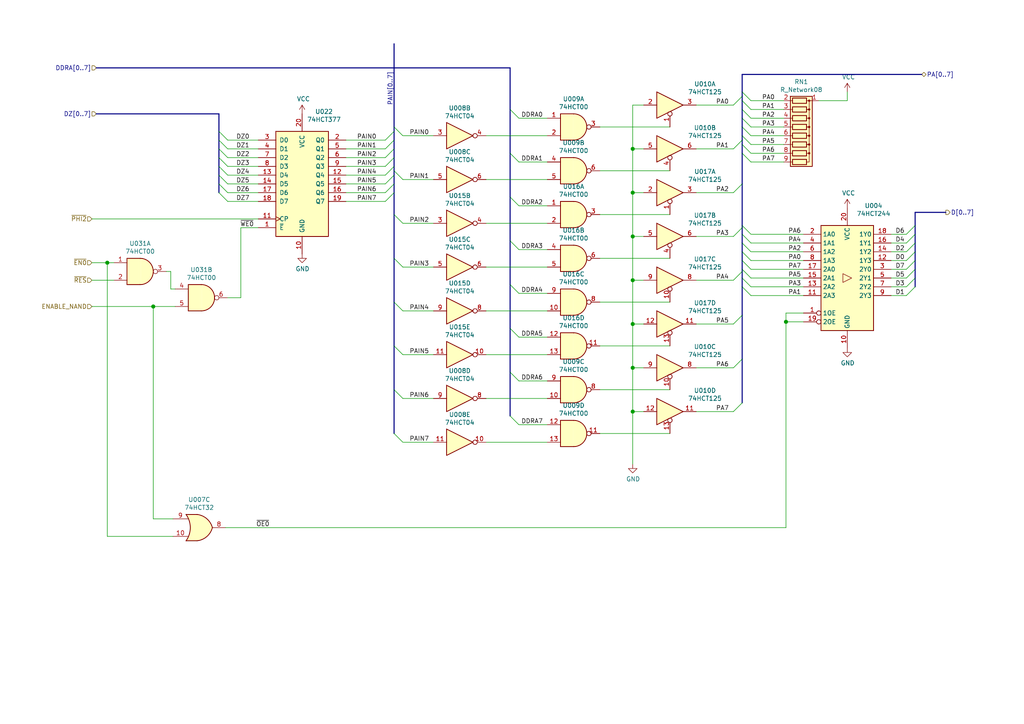
<source format=kicad_sch>
(kicad_sch (version 20201015) (generator eeschema)
  (paper "A4")
  (title_block (title "74HCT6526 Board 0") (date "2021-01-03") (rev "0.3") (company "Daniel Molina"))
  (lib_symbols
    (symbol "74xx:74HCT00" (pin_names (offset 1.016))
      (property "Reference" "U" (at 0 1.27 0))
      (property "Value" "74HCT00" (at 0 -1.27 0))
      (symbol "74HCT00_1_1"
        (pin input line (at -7.62 2.54 0) (length 3.81) (name "~") (number "1"))
        (pin input line (at -7.62 -2.54 0) (length 3.81) (name "~") (number "2"))
        (pin output inverted (at 7.62 0 180) (length 3.81) (name "~") (number "3"))
      )
      (symbol "74HCT00_1_2"
        (pin input inverted (at -7.62 2.54 0) (length 4.318) (name "~") (number "1"))
        (pin input inverted (at -7.62 -2.54 0) (length 4.318) (name "~") (number "2"))
        (pin output line (at 7.62 0 180) (length 3.81) (name "~") (number "3"))
      )
      (symbol "74HCT00_2_1"
        (pin input line (at -7.62 2.54 0) (length 3.81) (name "~") (number "4"))
        (pin input line (at -7.62 -2.54 0) (length 3.81) (name "~") (number "5"))
        (pin output inverted (at 7.62 0 180) (length 3.81) (name "~") (number "6"))
      )
      (symbol "74HCT00_2_2"
        (pin input inverted (at -7.62 2.54 0) (length 4.318) (name "~") (number "4"))
        (pin input inverted (at -7.62 -2.54 0) (length 4.318) (name "~") (number "5"))
        (pin output line (at 7.62 0 180) (length 3.81) (name "~") (number "6"))
      )
      (symbol "74HCT00_3_1"
        (pin input line (at -7.62 -2.54 0) (length 3.81) (name "~") (number "10"))
        (pin output inverted (at 7.62 0 180) (length 3.81) (name "~") (number "8"))
        (pin input line (at -7.62 2.54 0) (length 3.81) (name "~") (number "9"))
      )
      (symbol "74HCT00_3_2"
        (pin input inverted (at -7.62 -2.54 0) (length 4.318) (name "~") (number "10"))
        (pin output line (at 7.62 0 180) (length 3.81) (name "~") (number "8"))
        (pin input inverted (at -7.62 2.54 0) (length 4.318) (name "~") (number "9"))
      )
      (symbol "74HCT00_4_1"
        (pin output inverted (at 7.62 0 180) (length 3.81) (name "~") (number "11"))
        (pin input line (at -7.62 2.54 0) (length 3.81) (name "~") (number "12"))
        (pin input line (at -7.62 -2.54 0) (length 3.81) (name "~") (number "13"))
      )
      (symbol "74HCT00_4_2"
        (pin output line (at 7.62 0 180) (length 3.81) (name "~") (number "11"))
        (pin input inverted (at -7.62 2.54 0) (length 4.318) (name "~") (number "12"))
        (pin input inverted (at -7.62 -2.54 0) (length 4.318) (name "~") (number "13"))
      )
      (symbol "74HCT00_5_0"
        (pin power_in line (at 0 12.7 270) (length 5.08) (name "VCC") (number "14"))
        (pin power_in line (at 0 -12.7 90) (length 5.08) (name "GND") (number "7"))
      )
    )
    (symbol "74xx:74HCT00_1" (pin_names (offset 1.016))
      (property "Reference" "U" (at 0 1.27 0))
      (property "Value" "74HCT00" (at 0 -1.27 0))
      (symbol "74HCT00_1_1_1"
        (pin input line (at -7.62 2.54 0) (length 3.81) (name "~") (number "1"))
        (pin input line (at -7.62 -2.54 0) (length 3.81) (name "~") (number "2"))
        (pin output inverted (at 7.62 0 180) (length 3.81) (name "~") (number "3"))
      )
      (symbol "74HCT00_1_1_2"
        (pin input inverted (at -7.62 2.54 0) (length 4.318) (name "~") (number "1"))
        (pin input inverted (at -7.62 -2.54 0) (length 4.318) (name "~") (number "2"))
        (pin output line (at 7.62 0 180) (length 3.81) (name "~") (number "3"))
      )
      (symbol "74HCT00_1_2_1"
        (pin input line (at -7.62 2.54 0) (length 3.81) (name "~") (number "4"))
        (pin input line (at -7.62 -2.54 0) (length 3.81) (name "~") (number "5"))
        (pin output inverted (at 7.62 0 180) (length 3.81) (name "~") (number "6"))
      )
      (symbol "74HCT00_1_2_2"
        (pin input inverted (at -7.62 2.54 0) (length 4.318) (name "~") (number "4"))
        (pin input inverted (at -7.62 -2.54 0) (length 4.318) (name "~") (number "5"))
        (pin output line (at 7.62 0 180) (length 3.81) (name "~") (number "6"))
      )
      (symbol "74HCT00_1_3_1"
        (pin input line (at -7.62 -2.54 0) (length 3.81) (name "~") (number "10"))
        (pin output inverted (at 7.62 0 180) (length 3.81) (name "~") (number "8"))
        (pin input line (at -7.62 2.54 0) (length 3.81) (name "~") (number "9"))
      )
      (symbol "74HCT00_1_3_2"
        (pin input inverted (at -7.62 -2.54 0) (length 4.318) (name "~") (number "10"))
        (pin output line (at 7.62 0 180) (length 3.81) (name "~") (number "8"))
        (pin input inverted (at -7.62 2.54 0) (length 4.318) (name "~") (number "9"))
      )
      (symbol "74HCT00_1_4_1"
        (pin output inverted (at 7.62 0 180) (length 3.81) (name "~") (number "11"))
        (pin input line (at -7.62 2.54 0) (length 3.81) (name "~") (number "12"))
        (pin input line (at -7.62 -2.54 0) (length 3.81) (name "~") (number "13"))
      )
      (symbol "74HCT00_1_4_2"
        (pin output line (at 7.62 0 180) (length 3.81) (name "~") (number "11"))
        (pin input inverted (at -7.62 2.54 0) (length 4.318) (name "~") (number "12"))
        (pin input inverted (at -7.62 -2.54 0) (length 4.318) (name "~") (number "13"))
      )
      (symbol "74HCT00_1_5_0"
        (pin power_in line (at 0 12.7 270) (length 5.08) (name "VCC") (number "14"))
        (pin power_in line (at 0 -12.7 90) (length 5.08) (name "GND") (number "7"))
      )
    )
    (symbol "74xx:74HCT00_2" (pin_names (offset 1.016))
      (property "Reference" "U" (at 0 1.27 0))
      (property "Value" "74HCT00" (at 0 -1.27 0))
      (symbol "74HCT00_2_1_1"
        (pin input line (at -7.62 2.54 0) (length 3.81) (name "~") (number "1"))
        (pin input line (at -7.62 -2.54 0) (length 3.81) (name "~") (number "2"))
        (pin output inverted (at 7.62 0 180) (length 3.81) (name "~") (number "3"))
      )
      (symbol "74HCT00_2_1_2"
        (pin input inverted (at -7.62 2.54 0) (length 4.318) (name "~") (number "1"))
        (pin input inverted (at -7.62 -2.54 0) (length 4.318) (name "~") (number "2"))
        (pin output line (at 7.62 0 180) (length 3.81) (name "~") (number "3"))
      )
      (symbol "74HCT00_2_2_1"
        (pin input line (at -7.62 2.54 0) (length 3.81) (name "~") (number "4"))
        (pin input line (at -7.62 -2.54 0) (length 3.81) (name "~") (number "5"))
        (pin output inverted (at 7.62 0 180) (length 3.81) (name "~") (number "6"))
      )
      (symbol "74HCT00_2_2_2"
        (pin input inverted (at -7.62 2.54 0) (length 4.318) (name "~") (number "4"))
        (pin input inverted (at -7.62 -2.54 0) (length 4.318) (name "~") (number "5"))
        (pin output line (at 7.62 0 180) (length 3.81) (name "~") (number "6"))
      )
      (symbol "74HCT00_2_3_1"
        (pin input line (at -7.62 -2.54 0) (length 3.81) (name "~") (number "10"))
        (pin output inverted (at 7.62 0 180) (length 3.81) (name "~") (number "8"))
        (pin input line (at -7.62 2.54 0) (length 3.81) (name "~") (number "9"))
      )
      (symbol "74HCT00_2_3_2"
        (pin input inverted (at -7.62 -2.54 0) (length 4.318) (name "~") (number "10"))
        (pin output line (at 7.62 0 180) (length 3.81) (name "~") (number "8"))
        (pin input inverted (at -7.62 2.54 0) (length 4.318) (name "~") (number "9"))
      )
      (symbol "74HCT00_2_4_1"
        (pin output inverted (at 7.62 0 180) (length 3.81) (name "~") (number "11"))
        (pin input line (at -7.62 2.54 0) (length 3.81) (name "~") (number "12"))
        (pin input line (at -7.62 -2.54 0) (length 3.81) (name "~") (number "13"))
      )
      (symbol "74HCT00_2_4_2"
        (pin output line (at 7.62 0 180) (length 3.81) (name "~") (number "11"))
        (pin input inverted (at -7.62 2.54 0) (length 4.318) (name "~") (number "12"))
        (pin input inverted (at -7.62 -2.54 0) (length 4.318) (name "~") (number "13"))
      )
      (symbol "74HCT00_2_5_0"
        (pin power_in line (at 0 12.7 270) (length 5.08) (name "VCC") (number "14"))
        (pin power_in line (at 0 -12.7 90) (length 5.08) (name "GND") (number "7"))
      )
    )
    (symbol "74xx:74HCT04"
      (property "Reference" "U" (at 0 1.27 0))
      (property "Value" "74HCT04" (at 0 -1.27 0))
      (symbol "74HCT04_1_0"
        (pin input line (at -7.62 0 0) (length 3.81) (name "~") (number "1"))
        (pin output inverted (at 7.62 0 180) (length 3.81) (name "~") (number "2"))
      )
      (symbol "74HCT04_2_0"
        (pin input line (at -7.62 0 0) (length 3.81) (name "~") (number "3"))
        (pin output inverted (at 7.62 0 180) (length 3.81) (name "~") (number "4"))
      )
      (symbol "74HCT04_3_0"
        (pin input line (at -7.62 0 0) (length 3.81) (name "~") (number "5"))
        (pin output inverted (at 7.62 0 180) (length 3.81) (name "~") (number "6"))
      )
      (symbol "74HCT04_4_0"
        (pin output inverted (at 7.62 0 180) (length 3.81) (name "~") (number "8"))
        (pin input line (at -7.62 0 0) (length 3.81) (name "~") (number "9"))
      )
      (symbol "74HCT04_5_0"
        (pin output inverted (at 7.62 0 180) (length 3.81) (name "~") (number "10"))
        (pin input line (at -7.62 0 0) (length 3.81) (name "~") (number "11"))
      )
      (symbol "74HCT04_6_0"
        (pin output inverted (at 7.62 0 180) (length 3.81) (name "~") (number "12"))
        (pin input line (at -7.62 0 0) (length 3.81) (name "~") (number "13"))
      )
      (symbol "74HCT04_7_0"
        (pin power_in line (at 0 12.7 270) (length 5.08) (name "VCC") (number "14"))
        (pin power_in line (at 0 -12.7 90) (length 5.08) (name "GND") (number "7"))
      )
    )
    (symbol "74xx:74HCT244"
      (property "Reference" "U" (at -7.62 16.51 0))
      (property "Value" "74HCT244" (at -7.62 -16.51 0))
      (symbol "74HCT244_1_0"
        (pin input inverted (at -12.7 -10.16 0) (length 5.08) (name "1OE") (number "1"))
        (pin power_in line (at 0 -20.32 90) (length 5.08) (name "GND") (number "10"))
        (pin input line (at -12.7 -5.08 0) (length 5.08) (name "2A3") (number "11"))
        (pin tri_state line (at 12.7 5.08 180) (length 5.08) (name "1Y3") (number "12"))
        (pin input line (at -12.7 -2.54 0) (length 5.08) (name "2A2") (number "13"))
        (pin tri_state line (at 12.7 7.62 180) (length 5.08) (name "1Y2") (number "14"))
        (pin input line (at -12.7 0 0) (length 5.08) (name "2A1") (number "15"))
        (pin tri_state line (at 12.7 10.16 180) (length 5.08) (name "1Y1") (number "16"))
        (pin input line (at -12.7 2.54 0) (length 5.08) (name "2A0") (number "17"))
        (pin tri_state line (at 12.7 12.7 180) (length 5.08) (name "1Y0") (number "18"))
        (pin input inverted (at -12.7 -12.7 0) (length 5.08) (name "2OE") (number "19"))
        (pin input line (at -12.7 12.7 0) (length 5.08) (name "1A0") (number "2"))
        (pin power_in line (at 0 20.32 270) (length 5.08) (name "VCC") (number "20"))
        (pin tri_state line (at 12.7 2.54 180) (length 5.08) (name "2Y0") (number "3"))
        (pin input line (at -12.7 10.16 0) (length 5.08) (name "1A1") (number "4"))
        (pin tri_state line (at 12.7 0 180) (length 5.08) (name "2Y1") (number "5"))
        (pin input line (at -12.7 7.62 0) (length 5.08) (name "1A2") (number "6"))
        (pin tri_state line (at 12.7 -2.54 180) (length 5.08) (name "2Y2") (number "7"))
        (pin input line (at -12.7 5.08 0) (length 5.08) (name "1A3") (number "8"))
        (pin tri_state line (at 12.7 -5.08 180) (length 5.08) (name "2Y3") (number "9"))
      )
    )
    (symbol "74xx:74LS125" (pin_names (offset 1.016))
      (property "Reference" "U" (at 0 1.27 0))
      (property "Value" "74LS125" (at 0 -1.27 0))
      (symbol "74LS125_1_0"
        (pin input inverted (at 0 -6.35 90) (length 4.445) (name "~") (number "1"))
        (pin input line (at -7.62 0 0) (length 3.81) (name "~") (number "2"))
        (pin tri_state line (at 7.62 0 180) (length 3.81) (name "~") (number "3"))
      )
      (symbol "74LS125_2_0"
        (pin input inverted (at 0 -6.35 90) (length 4.445) (name "~") (number "4"))
        (pin input line (at -7.62 0 0) (length 3.81) (name "~") (number "5"))
        (pin tri_state line (at 7.62 0 180) (length 3.81) (name "~") (number "6"))
      )
      (symbol "74LS125_3_0"
        (pin input inverted (at 0 -6.35 90) (length 4.445) (name "~") (number "10"))
        (pin tri_state line (at 7.62 0 180) (length 3.81) (name "~") (number "8"))
        (pin input line (at -7.62 0 0) (length 3.81) (name "~") (number "9"))
      )
      (symbol "74LS125_4_0"
        (pin tri_state line (at 7.62 0 180) (length 3.81) (name "~") (number "11"))
        (pin input line (at -7.62 0 0) (length 3.81) (name "~") (number "12"))
        (pin input inverted (at 0 -6.35 90) (length 4.445) (name "~") (number "13"))
      )
      (symbol "74LS125_5_0"
        (pin power_in line (at 0 12.7 270) (length 5.08) (name "VCC") (number "14"))
        (pin power_in line (at 0 -12.7 90) (length 5.08) (name "GND") (number "7"))
      )
    )
    (symbol "74xx:74LS32" (pin_names (offset 1.016))
      (property "Reference" "U" (at 0 1.27 0))
      (property "Value" "74LS32" (at 0 -1.27 0))
      (symbol "74LS32_1_1"
        (pin input line (at -7.62 2.54 0) (length 4.318) (name "~") (number "1"))
        (pin input line (at -7.62 -2.54 0) (length 4.318) (name "~") (number "2"))
        (pin output line (at 7.62 0 180) (length 3.81) (name "~") (number "3"))
      )
      (symbol "74LS32_1_2"
        (pin input inverted (at -7.62 2.54 0) (length 3.81) (name "~") (number "1"))
        (pin input inverted (at -7.62 -2.54 0) (length 3.81) (name "~") (number "2"))
        (pin output inverted (at 7.62 0 180) (length 3.81) (name "~") (number "3"))
      )
      (symbol "74LS32_2_1"
        (pin input line (at -7.62 2.54 0) (length 4.318) (name "~") (number "4"))
        (pin input line (at -7.62 -2.54 0) (length 4.318) (name "~") (number "5"))
        (pin output line (at 7.62 0 180) (length 3.81) (name "~") (number "6"))
      )
      (symbol "74LS32_2_2"
        (pin input inverted (at -7.62 2.54 0) (length 3.81) (name "~") (number "4"))
        (pin input inverted (at -7.62 -2.54 0) (length 3.81) (name "~") (number "5"))
        (pin output inverted (at 7.62 0 180) (length 3.81) (name "~") (number "6"))
      )
      (symbol "74LS32_3_1"
        (pin input line (at -7.62 -2.54 0) (length 4.318) (name "~") (number "10"))
        (pin output line (at 7.62 0 180) (length 3.81) (name "~") (number "8"))
        (pin input line (at -7.62 2.54 0) (length 4.318) (name "~") (number "9"))
      )
      (symbol "74LS32_3_2"
        (pin input inverted (at -7.62 -2.54 0) (length 3.81) (name "~") (number "10"))
        (pin output inverted (at 7.62 0 180) (length 3.81) (name "~") (number "8"))
        (pin input inverted (at -7.62 2.54 0) (length 3.81) (name "~") (number "9"))
      )
      (symbol "74LS32_4_1"
        (pin output line (at 7.62 0 180) (length 3.81) (name "~") (number "11"))
        (pin input line (at -7.62 2.54 0) (length 4.318) (name "~") (number "12"))
        (pin input line (at -7.62 -2.54 0) (length 4.318) (name "~") (number "13"))
      )
      (symbol "74LS32_4_2"
        (pin output inverted (at 7.62 0 180) (length 3.81) (name "~") (number "11"))
        (pin input inverted (at -7.62 2.54 0) (length 3.81) (name "~") (number "12"))
        (pin input inverted (at -7.62 -2.54 0) (length 3.81) (name "~") (number "13"))
      )
      (symbol "74LS32_5_0"
        (pin power_in line (at 0 12.7 270) (length 5.08) (name "VCC") (number "14"))
        (pin power_in line (at 0 -12.7 90) (length 5.08) (name "GND") (number "7"))
      )
    )
    (symbol "74xx:74LS377" (pin_names (offset 1.016))
      (property "Reference" "U" (at -7.62 16.51 0))
      (property "Value" "74LS377" (at -7.62 -16.51 0))
      (symbol "74LS377_1_0"
        (pin input line (at -12.7 -12.7 0) (length 5.08) (name "~E") (number "1"))
        (pin power_in line (at 0 -20.32 90) (length 5.08) (name "GND") (number "10"))
        (pin input clock (at -12.7 -10.16 0) (length 5.08) (name "CP") (number "11"))
        (pin output line (at 12.7 2.54 180) (length 5.08) (name "Q4") (number "12"))
        (pin input line (at -12.7 2.54 0) (length 5.08) (name "D4") (number "13"))
        (pin input line (at -12.7 0 0) (length 5.08) (name "D5") (number "14"))
        (pin output line (at 12.7 0 180) (length 5.08) (name "Q5") (number "15"))
        (pin output line (at 12.7 -2.54 180) (length 5.08) (name "Q6") (number "16"))
        (pin input line (at -12.7 -2.54 0) (length 5.08) (name "D6") (number "17"))
        (pin input line (at -12.7 -5.08 0) (length 5.08) (name "D7") (number "18"))
        (pin output line (at 12.7 -5.08 180) (length 5.08) (name "Q7") (number "19"))
        (pin output line (at 12.7 12.7 180) (length 5.08) (name "Q0") (number "2"))
        (pin power_in line (at 0 20.32 270) (length 5.08) (name "VCC") (number "20"))
        (pin input line (at -12.7 12.7 0) (length 5.08) (name "D0") (number "3"))
        (pin input line (at -12.7 10.16 0) (length 5.08) (name "D1") (number "4"))
        (pin output line (at 12.7 10.16 180) (length 5.08) (name "Q1") (number "5"))
        (pin output line (at 12.7 7.62 180) (length 5.08) (name "Q2") (number "6"))
        (pin input line (at -12.7 7.62 0) (length 5.08) (name "D2") (number "7"))
        (pin input line (at -12.7 5.08 0) (length 5.08) (name "D3") (number "8"))
        (pin output line (at 12.7 5.08 180) (length 5.08) (name "Q3") (number "9"))
      )
    )
    (symbol "Device:R_Network08" (pin_names (offset 0) hide)
      (property "Reference" "RN" (at -12.7 0 90))
      (property "Value" "R_Network08" (at 10.16 0 90))
      (symbol "R_Network08_1_1"
        (pin passive line (at -10.16 5.08 270) (length 2.54) (name "common") (number "1"))
        (pin passive line (at -10.16 -5.08 90) (length 1.27) (name "R1") (number "2"))
        (pin passive line (at -7.62 -5.08 90) (length 1.27) (name "R2") (number "3"))
        (pin passive line (at -5.08 -5.08 90) (length 1.27) (name "R3") (number "4"))
        (pin passive line (at -2.54 -5.08 90) (length 1.27) (name "R4") (number "5"))
        (pin passive line (at 0 -5.08 90) (length 1.27) (name "R5") (number "6"))
        (pin passive line (at 2.54 -5.08 90) (length 1.27) (name "R6") (number "7"))
        (pin passive line (at 5.08 -5.08 90) (length 1.27) (name "R7") (number "8"))
        (pin passive line (at 7.62 -5.08 90) (length 1.27) (name "R8") (number "9"))
      )
    )
    (symbol "power:GND" (power) (pin_names (offset 0))
      (property "Value" "GND" (at 0 -3.81 0))
      (symbol "GND_1_1"
        (pin power_in line (at 0 0 270) (length 0) hide (name "GND") (number "1"))
      )
    )
    (symbol "power:VCC" (power) (pin_names (offset 0))
      (property "Value" "VCC" (at 0 3.81 0))
      (symbol "VCC_1_1"
        (pin power_in line (at 0 0 90) (length 0) hide (name "VCC") (number "1"))
      )
    )
  )
  (junction (at 31.115 76.2) (diameter 1.016))
  (junction (at 44.45 88.9) (diameter 1.016))
  (junction (at 183.515 43.18) (diameter 1.016))
  (junction (at 183.515 55.88) (diameter 1.016))
  (junction (at 183.515 68.58) (diameter 1.016))
  (junction (at 183.515 81.28) (diameter 1.016))
  (junction (at 183.515 93.98) (diameter 1.016))
  (junction (at 183.515 106.68) (diameter 1.016))
  (junction (at 183.515 119.38) (diameter 1.016))
  (junction (at 227.965 93.345) (diameter 1.016))
  (bus_entry (at 63.5 38.1) (size 2.54 2.54) (stroke (width 0.1524)))
  (bus_entry (at 63.5 40.64) (size 2.54 2.54) (stroke (width 0.1524)))
  (bus_entry (at 63.5 43.18) (size 2.54 2.54) (stroke (width 0.1524)))
  (bus_entry (at 63.5 45.72) (size 2.54 2.54) (stroke (width 0.1524)))
  (bus_entry (at 63.5 48.26) (size 2.54 2.54) (stroke (width 0.1524)))
  (bus_entry (at 63.5 50.8) (size 2.54 2.54) (stroke (width 0.1524)))
  (bus_entry (at 63.5 53.34) (size 2.54 2.54) (stroke (width 0.1524)))
  (bus_entry (at 63.5 55.88) (size 2.54 2.54) (stroke (width 0.1524)))
  (bus_entry (at 114.3 36.83) (size 2.54 2.54) (stroke (width 0.1524)))
  (bus_entry (at 114.3 38.1) (size -2.54 2.54) (stroke (width 0.1524)))
  (bus_entry (at 114.3 40.64) (size -2.54 2.54) (stroke (width 0.1524)))
  (bus_entry (at 114.3 43.18) (size -2.54 2.54) (stroke (width 0.1524)))
  (bus_entry (at 114.3 45.72) (size -2.54 2.54) (stroke (width 0.1524)))
  (bus_entry (at 114.3 48.26) (size -2.54 2.54) (stroke (width 0.1524)))
  (bus_entry (at 114.3 49.53) (size 2.54 2.54) (stroke (width 0.1524)))
  (bus_entry (at 114.3 50.8) (size -2.54 2.54) (stroke (width 0.1524)))
  (bus_entry (at 114.3 53.34) (size -2.54 2.54) (stroke (width 0.1524)))
  (bus_entry (at 114.3 55.88) (size -2.54 2.54) (stroke (width 0.1524)))
  (bus_entry (at 114.3 62.23) (size 2.54 2.54) (stroke (width 0.1524)))
  (bus_entry (at 114.3 74.93) (size 2.54 2.54) (stroke (width 0.1524)))
  (bus_entry (at 114.3 87.63) (size 2.54 2.54) (stroke (width 0.1524)))
  (bus_entry (at 114.3 100.33) (size 2.54 2.54) (stroke (width 0.1524)))
  (bus_entry (at 114.3 113.03) (size 2.54 2.54) (stroke (width 0.1524)))
  (bus_entry (at 114.3 125.73) (size 2.54 2.54) (stroke (width 0.1524)))
  (bus_entry (at 147.955 31.75) (size 2.54 2.54) (stroke (width 0.1524)))
  (bus_entry (at 147.955 44.45) (size 2.54 2.54) (stroke (width 0.1524)))
  (bus_entry (at 147.955 57.15) (size 2.54 2.54) (stroke (width 0.1524)))
  (bus_entry (at 147.955 69.85) (size 2.54 2.54) (stroke (width 0.1524)))
  (bus_entry (at 147.955 82.55) (size 2.54 2.54) (stroke (width 0.1524)))
  (bus_entry (at 147.955 95.25) (size 2.54 2.54) (stroke (width 0.1524)))
  (bus_entry (at 147.955 107.95) (size 2.54 2.54) (stroke (width 0.1524)))
  (bus_entry (at 147.955 120.65) (size 2.54 2.54) (stroke (width 0.1524)))
  (bus_entry (at 215.265 26.67) (size 2.54 2.54) (stroke (width 0.1524)))
  (bus_entry (at 215.265 27.94) (size -2.54 2.54) (stroke (width 0.1524)))
  (bus_entry (at 215.265 29.21) (size 2.54 2.54) (stroke (width 0.1524)))
  (bus_entry (at 215.265 31.75) (size 2.54 2.54) (stroke (width 0.1524)))
  (bus_entry (at 215.265 34.29) (size 2.54 2.54) (stroke (width 0.1524)))
  (bus_entry (at 215.265 36.83) (size 2.54 2.54) (stroke (width 0.1524)))
  (bus_entry (at 215.265 39.37) (size 2.54 2.54) (stroke (width 0.1524)))
  (bus_entry (at 215.265 40.64) (size -2.54 2.54) (stroke (width 0.1524)))
  (bus_entry (at 215.265 41.91) (size 2.54 2.54) (stroke (width 0.1524)))
  (bus_entry (at 215.265 44.45) (size 2.54 2.54) (stroke (width 0.1524)))
  (bus_entry (at 215.265 53.34) (size -2.54 2.54) (stroke (width 0.1524)))
  (bus_entry (at 215.265 65.405) (size 2.54 2.54) (stroke (width 0.1524)))
  (bus_entry (at 215.265 66.04) (size -2.54 2.54) (stroke (width 0.1524)))
  (bus_entry (at 215.265 67.945) (size 2.54 2.54) (stroke (width 0.1524)))
  (bus_entry (at 215.265 70.485) (size 2.54 2.54) (stroke (width 0.1524)))
  (bus_entry (at 215.265 73.025) (size 2.54 2.54) (stroke (width 0.1524)))
  (bus_entry (at 215.265 75.565) (size 2.54 2.54) (stroke (width 0.1524)))
  (bus_entry (at 215.265 78.105) (size 2.54 2.54) (stroke (width 0.1524)))
  (bus_entry (at 215.265 78.74) (size -2.54 2.54) (stroke (width 0.1524)))
  (bus_entry (at 215.265 80.645) (size 2.54 2.54) (stroke (width 0.1524)))
  (bus_entry (at 215.265 83.185) (size 2.54 2.54) (stroke (width 0.1524)))
  (bus_entry (at 215.265 91.44) (size -2.54 2.54) (stroke (width 0.1524)))
  (bus_entry (at 215.265 104.14) (size -2.54 2.54) (stroke (width 0.1524)))
  (bus_entry (at 215.265 116.84) (size -2.54 2.54) (stroke (width 0.1524)))
  (bus_entry (at 265.43 65.405) (size -2.54 2.54) (stroke (width 0.1524)))
  (bus_entry (at 265.43 67.945) (size -2.54 2.54) (stroke (width 0.1524)))
  (bus_entry (at 265.43 70.485) (size -2.54 2.54) (stroke (width 0.1524)))
  (bus_entry (at 265.43 73.025) (size -2.54 2.54) (stroke (width 0.1524)))
  (bus_entry (at 265.43 75.565) (size -2.54 2.54) (stroke (width 0.1524)))
  (bus_entry (at 265.43 78.105) (size -2.54 2.54) (stroke (width 0.1524)))
  (bus_entry (at 265.43 80.645) (size -2.54 2.54) (stroke (width 0.1524)))
  (bus_entry (at 265.43 83.185) (size -2.54 2.54) (stroke (width 0.1524)))
  (wire (pts (xy 26.67 63.5) (xy 74.93 63.5)))
  (wire (pts (xy 26.67 76.2) (xy 31.115 76.2)))
  (wire (pts (xy 26.67 81.28) (xy 33.02 81.28)))
  (wire (pts (xy 26.67 88.9) (xy 44.45 88.9)))
  (wire (pts (xy 31.115 76.2) (xy 31.115 155.575)))
  (wire (pts (xy 31.115 76.2) (xy 33.02 76.2)))
  (wire (pts (xy 31.115 155.575) (xy 50.165 155.575)))
  (wire (pts (xy 44.45 88.9) (xy 50.8 88.9)))
  (wire (pts (xy 44.45 150.495) (xy 44.45 88.9)))
  (wire (pts (xy 48.26 78.74) (xy 49.53 78.74)))
  (wire (pts (xy 49.53 78.74) (xy 49.53 83.82)))
  (wire (pts (xy 49.53 83.82) (xy 50.8 83.82)))
  (wire (pts (xy 50.165 150.495) (xy 44.45 150.495)))
  (wire (pts (xy 65.405 153.035) (xy 227.965 153.035)))
  (wire (pts (xy 66.04 40.64) (xy 74.93 40.64)))
  (wire (pts (xy 66.04 43.18) (xy 74.93 43.18)))
  (wire (pts (xy 66.04 45.72) (xy 74.93 45.72)))
  (wire (pts (xy 66.04 48.26) (xy 74.93 48.26)))
  (wire (pts (xy 66.04 50.8) (xy 74.93 50.8)))
  (wire (pts (xy 66.04 53.34) (xy 74.93 53.34)))
  (wire (pts (xy 66.04 55.88) (xy 74.93 55.88)))
  (wire (pts (xy 66.04 58.42) (xy 74.93 58.42)))
  (wire (pts (xy 66.04 86.36) (xy 69.85 86.36)))
  (wire (pts (xy 69.85 66.04) (xy 74.93 66.04)))
  (wire (pts (xy 69.85 86.36) (xy 69.85 66.04)))
  (wire (pts (xy 100.33 40.64) (xy 111.76 40.64)))
  (wire (pts (xy 100.33 43.18) (xy 111.76 43.18)))
  (wire (pts (xy 100.33 45.72) (xy 111.76 45.72)))
  (wire (pts (xy 100.33 48.26) (xy 111.76 48.26)))
  (wire (pts (xy 100.33 50.8) (xy 111.76 50.8)))
  (wire (pts (xy 100.33 53.34) (xy 111.76 53.34)))
  (wire (pts (xy 100.33 55.88) (xy 111.76 55.88)))
  (wire (pts (xy 100.33 58.42) (xy 111.76 58.42)))
  (wire (pts (xy 116.84 39.37) (xy 125.73 39.37)))
  (wire (pts (xy 116.84 52.07) (xy 125.73 52.07)))
  (wire (pts (xy 116.84 64.77) (xy 125.73 64.77)))
  (wire (pts (xy 116.84 77.47) (xy 125.73 77.47)))
  (wire (pts (xy 116.84 90.17) (xy 125.73 90.17)))
  (wire (pts (xy 116.84 102.87) (xy 125.73 102.87)))
  (wire (pts (xy 116.84 115.57) (xy 125.73 115.57)))
  (wire (pts (xy 116.84 128.27) (xy 125.73 128.27)))
  (wire (pts (xy 140.97 39.37) (xy 158.75 39.37)))
  (wire (pts (xy 140.97 52.07) (xy 158.75 52.07)))
  (wire (pts (xy 140.97 64.77) (xy 158.75 64.77)))
  (wire (pts (xy 140.97 77.47) (xy 158.75 77.47)))
  (wire (pts (xy 140.97 90.17) (xy 158.75 90.17)))
  (wire (pts (xy 140.97 102.87) (xy 158.75 102.87)))
  (wire (pts (xy 140.97 115.57) (xy 158.75 115.57)))
  (wire (pts (xy 140.97 128.27) (xy 158.75 128.27)))
  (wire (pts (xy 150.495 34.29) (xy 158.75 34.29)))
  (wire (pts (xy 150.495 46.99) (xy 158.75 46.99)))
  (wire (pts (xy 150.495 59.69) (xy 158.75 59.69)))
  (wire (pts (xy 150.495 72.39) (xy 158.75 72.39)))
  (wire (pts (xy 150.495 85.09) (xy 158.75 85.09)))
  (wire (pts (xy 150.495 97.79) (xy 158.75 97.79)))
  (wire (pts (xy 150.495 110.49) (xy 158.75 110.49)))
  (wire (pts (xy 150.495 123.19) (xy 158.75 123.19)))
  (wire (pts (xy 183.515 30.48) (xy 183.515 43.18)))
  (wire (pts (xy 183.515 43.18) (xy 183.515 55.88)))
  (wire (pts (xy 183.515 43.18) (xy 186.69 43.18)))
  (wire (pts (xy 183.515 55.88) (xy 183.515 68.58)))
  (wire (pts (xy 183.515 55.88) (xy 186.69 55.88)))
  (wire (pts (xy 183.515 68.58) (xy 183.515 81.28)))
  (wire (pts (xy 183.515 68.58) (xy 186.69 68.58)))
  (wire (pts (xy 183.515 81.28) (xy 183.515 93.98)))
  (wire (pts (xy 183.515 81.28) (xy 186.69 81.28)))
  (wire (pts (xy 183.515 93.98) (xy 183.515 106.68)))
  (wire (pts (xy 183.515 93.98) (xy 186.69 93.98)))
  (wire (pts (xy 183.515 106.68) (xy 183.515 119.38)))
  (wire (pts (xy 183.515 106.68) (xy 186.69 106.68)))
  (wire (pts (xy 183.515 119.38) (xy 183.515 134.62)))
  (wire (pts (xy 183.515 119.38) (xy 186.69 119.38)))
  (wire (pts (xy 186.69 30.48) (xy 183.515 30.48)))
  (wire (pts (xy 194.31 36.83) (xy 173.99 36.83)))
  (wire (pts (xy 194.31 49.53) (xy 173.99 49.53)))
  (wire (pts (xy 194.31 62.23) (xy 173.99 62.23)))
  (wire (pts (xy 194.31 74.93) (xy 173.99 74.93)))
  (wire (pts (xy 194.31 87.63) (xy 173.99 87.63)))
  (wire (pts (xy 194.31 100.33) (xy 173.99 100.33)))
  (wire (pts (xy 194.31 113.03) (xy 173.99 113.03)))
  (wire (pts (xy 194.31 125.73) (xy 173.99 125.73)))
  (wire (pts (xy 201.93 30.48) (xy 212.725 30.48)))
  (wire (pts (xy 201.93 43.18) (xy 212.725 43.18)))
  (wire (pts (xy 201.93 55.88) (xy 212.725 55.88)))
  (wire (pts (xy 201.93 68.58) (xy 212.725 68.58)))
  (wire (pts (xy 201.93 81.28) (xy 212.725 81.28)))
  (wire (pts (xy 201.93 93.98) (xy 212.725 93.98)))
  (wire (pts (xy 201.93 106.68) (xy 212.725 106.68)))
  (wire (pts (xy 201.93 119.38) (xy 212.725 119.38)))
  (wire (pts (xy 217.805 29.21) (xy 227.33 29.21)))
  (wire (pts (xy 217.805 31.75) (xy 227.33 31.75)))
  (wire (pts (xy 217.805 34.29) (xy 227.33 34.29)))
  (wire (pts (xy 217.805 36.83) (xy 227.33 36.83)))
  (wire (pts (xy 217.805 39.37) (xy 227.33 39.37)))
  (wire (pts (xy 217.805 41.91) (xy 227.33 41.91)))
  (wire (pts (xy 217.805 44.45) (xy 227.33 44.45)))
  (wire (pts (xy 217.805 46.99) (xy 227.33 46.99)))
  (wire (pts (xy 217.805 67.945) (xy 233.045 67.945)))
  (wire (pts (xy 217.805 70.485) (xy 233.045 70.485)))
  (wire (pts (xy 217.805 73.025) (xy 233.045 73.025)))
  (wire (pts (xy 217.805 75.565) (xy 233.045 75.565)))
  (wire (pts (xy 217.805 78.105) (xy 233.045 78.105)))
  (wire (pts (xy 217.805 80.645) (xy 233.045 80.645)))
  (wire (pts (xy 217.805 83.185) (xy 233.045 83.185)))
  (wire (pts (xy 217.805 85.725) (xy 233.045 85.725)))
  (wire (pts (xy 227.965 90.805) (xy 233.045 90.805)))
  (wire (pts (xy 227.965 93.345) (xy 227.965 90.805)))
  (wire (pts (xy 227.965 93.345) (xy 233.045 93.345)))
  (wire (pts (xy 227.965 153.035) (xy 227.965 93.345)))
  (wire (pts (xy 237.49 29.21) (xy 245.745 29.21)))
  (wire (pts (xy 245.745 26.67) (xy 245.745 29.21)))
  (wire (pts (xy 258.445 67.945) (xy 262.89 67.945)))
  (wire (pts (xy 258.445 70.485) (xy 262.89 70.485)))
  (wire (pts (xy 258.445 73.025) (xy 262.89 73.025)))
  (wire (pts (xy 258.445 75.565) (xy 262.89 75.565)))
  (wire (pts (xy 258.445 78.105) (xy 262.89 78.105)))
  (wire (pts (xy 258.445 80.645) (xy 262.89 80.645)))
  (wire (pts (xy 258.445 83.185) (xy 262.89 83.185)))
  (wire (pts (xy 258.445 85.725) (xy 262.89 85.725)))
  (bus (pts (xy 27.94 19.685) (xy 147.955 19.685)))
  (bus (pts (xy 27.94 33.02) (xy 63.5 33.02)))
  (bus (pts (xy 63.5 33.02) (xy 63.5 38.1)))
  (bus (pts (xy 63.5 38.1) (xy 63.5 40.64)))
  (bus (pts (xy 63.5 40.64) (xy 63.5 43.18)))
  (bus (pts (xy 63.5 43.18) (xy 63.5 45.72)))
  (bus (pts (xy 63.5 45.72) (xy 63.5 48.26)))
  (bus (pts (xy 63.5 48.26) (xy 63.5 50.8)))
  (bus (pts (xy 63.5 50.8) (xy 63.5 53.34)))
  (bus (pts (xy 63.5 53.34) (xy 63.5 55.88)))
  (bus (pts (xy 114.3 12.7) (xy 114.3 36.83)))
  (bus (pts (xy 114.3 36.83) (xy 114.3 38.1)))
  (bus (pts (xy 114.3 38.1) (xy 114.3 40.64)))
  (bus (pts (xy 114.3 40.64) (xy 114.3 43.18)))
  (bus (pts (xy 114.3 43.18) (xy 114.3 45.72)))
  (bus (pts (xy 114.3 45.72) (xy 114.3 48.26)))
  (bus (pts (xy 114.3 48.26) (xy 114.3 49.53)))
  (bus (pts (xy 114.3 49.53) (xy 114.3 50.8)))
  (bus (pts (xy 114.3 50.8) (xy 114.3 53.34)))
  (bus (pts (xy 114.3 53.34) (xy 114.3 55.88)))
  (bus (pts (xy 114.3 55.88) (xy 114.3 62.23)))
  (bus (pts (xy 114.3 62.23) (xy 114.3 74.93)))
  (bus (pts (xy 114.3 74.93) (xy 114.3 87.63)))
  (bus (pts (xy 114.3 87.63) (xy 114.3 100.33)))
  (bus (pts (xy 114.3 100.33) (xy 114.3 113.03)))
  (bus (pts (xy 114.3 113.03) (xy 114.3 125.73)))
  (bus (pts (xy 147.955 19.685) (xy 147.955 31.75)))
  (bus (pts (xy 147.955 31.75) (xy 147.955 44.45)))
  (bus (pts (xy 147.955 44.45) (xy 147.955 57.15)))
  (bus (pts (xy 147.955 57.15) (xy 147.955 69.85)))
  (bus (pts (xy 147.955 69.85) (xy 147.955 82.55)))
  (bus (pts (xy 147.955 82.55) (xy 147.955 95.25)))
  (bus (pts (xy 147.955 95.25) (xy 147.955 107.95)))
  (bus (pts (xy 147.955 107.95) (xy 147.955 120.65)))
  (bus (pts (xy 215.265 21.59) (xy 267.335 21.59)))
  (bus (pts (xy 215.265 26.67) (xy 215.265 21.59)))
  (bus (pts (xy 215.265 27.94) (xy 215.265 26.67)))
  (bus (pts (xy 215.265 29.21) (xy 215.265 27.94)))
  (bus (pts (xy 215.265 31.75) (xy 215.265 29.21)))
  (bus (pts (xy 215.265 34.29) (xy 215.265 31.75)))
  (bus (pts (xy 215.265 36.83) (xy 215.265 34.29)))
  (bus (pts (xy 215.265 39.37) (xy 215.265 36.83)))
  (bus (pts (xy 215.265 40.64) (xy 215.265 39.37)))
  (bus (pts (xy 215.265 41.91) (xy 215.265 40.64)))
  (bus (pts (xy 215.265 44.45) (xy 215.265 41.91)))
  (bus (pts (xy 215.265 44.45) (xy 215.265 53.34)))
  (bus (pts (xy 215.265 65.405) (xy 215.265 53.34)))
  (bus (pts (xy 215.265 66.04) (xy 215.265 65.405)))
  (bus (pts (xy 215.265 67.945) (xy 215.265 66.04)))
  (bus (pts (xy 215.265 70.485) (xy 215.265 67.945)))
  (bus (pts (xy 215.265 73.025) (xy 215.265 70.485)))
  (bus (pts (xy 215.265 75.565) (xy 215.265 73.025)))
  (bus (pts (xy 215.265 78.105) (xy 215.265 75.565)))
  (bus (pts (xy 215.265 78.74) (xy 215.265 78.105)))
  (bus (pts (xy 215.265 80.645) (xy 215.265 78.74)))
  (bus (pts (xy 215.265 83.185) (xy 215.265 80.645)))
  (bus (pts (xy 215.265 83.185) (xy 215.265 91.44)))
  (bus (pts (xy 215.265 104.14) (xy 215.265 91.44)))
  (bus (pts (xy 215.265 116.84) (xy 215.265 104.14)))
  (bus (pts (xy 265.43 61.595) (xy 274.32 61.595)))
  (bus (pts (xy 265.43 65.405) (xy 265.43 61.595)))
  (bus (pts (xy 265.43 67.945) (xy 265.43 65.405)))
  (bus (pts (xy 265.43 70.485) (xy 265.43 67.945)))
  (bus (pts (xy 265.43 73.025) (xy 265.43 70.485)))
  (bus (pts (xy 265.43 75.565) (xy 265.43 73.025)))
  (bus (pts (xy 265.43 78.105) (xy 265.43 75.565)))
  (bus (pts (xy 265.43 80.645) (xy 265.43 78.105)))
  (bus (pts (xy 265.43 83.185) (xy 265.43 80.645)))
  (label "DZ0" (at 72.39 40.64 180))
  (label "DZ1" (at 72.39 43.18 180))
  (label "DZ2" (at 72.39 45.72 180))
  (label "DZ3" (at 72.39 48.26 180))
  (label "DZ4" (at 72.39 50.8 180))
  (label "DZ5" (at 72.39 53.34 180))
  (label "DZ6" (at 72.39 55.88 180))
  (label "DZ7" (at 72.39 58.42 180))
  (label "~WE0" (at 73.66 66.04 180))
  (label "~OE0" (at 74.295 153.035 0))
  (label "PAIN0" (at 109.22 40.64 180))
  (label "PAIN1" (at 109.22 43.18 180))
  (label "PAIN2" (at 109.22 45.72 180))
  (label "PAIN3" (at 109.22 48.26 180))
  (label "PAIN4" (at 109.22 50.8 180))
  (label "PAIN5" (at 109.22 53.34 180))
  (label "PAIN6" (at 109.22 55.88 180))
  (label "PAIN7" (at 109.22 58.42 180))
  (label "PAIN[0..7]" (at 114.3 30.48 90))
  (label "PAIN0" (at 124.46 39.37 180))
  (label "PAIN1" (at 124.46 52.07 180))
  (label "PAIN2" (at 124.46 64.77 180))
  (label "PAIN3" (at 124.46 77.47 180))
  (label "PAIN4" (at 124.46 90.17 180))
  (label "PAIN5" (at 124.46 102.87 180))
  (label "PAIN6" (at 124.46 115.57 180))
  (label "PAIN7" (at 124.46 128.27 180))
  (label "DDRA0" (at 157.48 34.29 180))
  (label "DDRA1" (at 157.48 46.99 180))
  (label "DDRA2" (at 157.48 59.69 180))
  (label "DDRA3" (at 157.48 72.39 180))
  (label "DDRA4" (at 157.48 85.09 180))
  (label "DDRA5" (at 157.48 97.79 180))
  (label "DDRA6" (at 157.48 110.49 180))
  (label "DDRA7" (at 157.48 123.19 180))
  (label "PA0" (at 207.645 30.48 0))
  (label "PA1" (at 207.645 43.18 0))
  (label "PA2" (at 207.645 55.88 0))
  (label "PA3" (at 207.645 68.58 0))
  (label "PA4" (at 207.645 81.28 0))
  (label "PA5" (at 207.645 93.98 0))
  (label "PA6" (at 207.645 106.68 0))
  (label "PA7" (at 207.645 119.38 0))
  (label "PA0" (at 220.98 29.21 0))
  (label "PA1" (at 220.98 31.75 0))
  (label "PA2" (at 220.98 34.29 0))
  (label "PA3" (at 220.98 36.83 0))
  (label "PA4" (at 220.98 39.37 0))
  (label "PA5" (at 220.98 41.91 0))
  (label "PA6" (at 220.98 44.45 0))
  (label "PA7" (at 220.98 46.99 0))
  (label "PA6" (at 228.6 67.945 0))
  (label "PA4" (at 228.6 70.485 0))
  (label "PA2" (at 228.6 73.025 0))
  (label "PA0" (at 228.6 75.565 0))
  (label "PA7" (at 228.6 78.105 0))
  (label "PA5" (at 228.6 80.645 0))
  (label "PA3" (at 228.6 83.185 0))
  (label "PA1" (at 228.6 85.725 0))
  (label "D6" (at 259.715 67.945 0))
  (label "D4" (at 259.715 70.485 0))
  (label "D2" (at 259.715 73.025 0))
  (label "D0" (at 259.715 75.565 0))
  (label "D7" (at 259.715 78.105 0))
  (label "D5" (at 259.715 80.645 0))
  (label "D3" (at 259.715 83.185 0))
  (label "D1" (at 259.715 85.725 0))
  (hierarchical_label "~PHI2" (shape input) (at 26.67 63.5 180))
  (hierarchical_label "~EN0" (shape input) (at 26.67 76.2 180))
  (hierarchical_label "~RES" (shape input) (at 26.67 81.28 180))
  (hierarchical_label "ENABLE_NAND" (shape input) (at 26.67 88.9 180))
  (hierarchical_label "DDRA[0..7]" (shape input) (at 27.94 19.685 180))
  (hierarchical_label "DZ[0..7]" (shape input) (at 27.94 33.02 180))
  (hierarchical_label "PA[0..7]" (shape bidirectional) (at 267.335 21.59 0))
  (hierarchical_label "D[0..7]" (shape output) (at 274.32 61.595 0))
  (symbol (lib_id "power:VCC") (at 87.63 33.02 0) (unit 1)
    (property "Reference" "#PWR07" (effects hide))
    (property "Value" "VCC" (at 87.9983 28.6956 0))
  )
  (symbol (lib_id "power:VCC") (at 245.745 26.67 0) (unit 1)
    (property "Reference" "#PWR06" (effects hide))
    (property "Value" "VCC" (at 246.1133 22.3456 0))
  )
  (symbol (lib_id "power:VCC") (at 245.745 60.325 0) (unit 1)
    (property "Reference" "#PWR0130" (effects hide))
    (property "Value" "VCC" (at 246.1133 56.0006 0))
  )
  (symbol (lib_id "power:GND") (at 87.63 73.66 0) (unit 1)
    (property "Reference" "#PWR08" (effects hide))
    (property "Value" "GND" (at 87.7443 77.9844 0))
  )
  (symbol (lib_id "power:GND") (at 183.515 134.62 0) (unit 1)
    (property "Reference" "#PWR05" (effects hide))
    (property "Value" "GND" (at 183.6293 138.9444 0))
  )
  (symbol (lib_id "power:GND") (at 245.745 100.965 0) (unit 1)
    (property "Reference" "#PWR0129" (effects hide))
    (property "Value" "GND" (at 245.8593 105.2894 0))
  )
  (symbol (lib_id "74xx:74HCT04") (at 133.35 39.37 0) (unit 2)
    (property "Reference" "U008" (at 133.35 31.3498 0))
    (property "Value" "74HCT04" (at 133.35 33.6485 0))
    (property "Footprint" "74hct6526.footprints:SO-14" (effects hide))
    (property "Datasheet" "https://assets.nexperia.com/documents/data-sheet/74HC_HCT04.pdf" (effects hide))
  )
  (symbol (lib_id "74xx:74HCT04") (at 133.35 52.07 0) (unit 3)
    (property "Reference" "U008" (at 133.35 44.0498 0))
    (property "Value" "74HCT04" (at 133.35 46.3485 0))
    (property "Footprint" "74hct6526.footprints:SO-14" (effects hide))
    (property "Datasheet" "https://assets.nexperia.com/documents/data-sheet/74HC_HCT04.pdf" (effects hide))
  )
  (symbol (lib_id "74xx:74HCT04") (at 133.35 64.77 0) (unit 2)
    (property "Reference" "U015" (at 133.35 56.7498 0))
    (property "Value" "74HCT04" (at 133.35 59.0485 0))
    (property "Footprint" "74hct6526.footprints:SO-14" (effects hide))
    (property "Datasheet" "https://assets.nexperia.com/documents/data-sheet/74HC_HCT04.pdf" (effects hide))
  )
  (symbol (lib_id "74xx:74HCT04") (at 133.35 77.47 0) (unit 3)
    (property "Reference" "U015" (at 133.35 69.4498 0))
    (property "Value" "74HCT04" (at 133.35 71.7485 0))
    (property "Footprint" "74hct6526.footprints:SO-14" (effects hide))
    (property "Datasheet" "https://assets.nexperia.com/documents/data-sheet/74HC_HCT04.pdf" (effects hide))
  )
  (symbol (lib_id "74xx:74HCT04") (at 133.35 90.17 0) (unit 4)
    (property "Reference" "U015" (at 133.35 82.1498 0))
    (property "Value" "74HCT04" (at 133.35 84.4485 0))
    (property "Footprint" "74hct6526.footprints:SO-14" (effects hide))
    (property "Datasheet" "https://assets.nexperia.com/documents/data-sheet/74HC_HCT04.pdf" (effects hide))
  )
  (symbol (lib_id "74xx:74HCT04") (at 133.35 102.87 0) (unit 5)
    (property "Reference" "U015" (at 133.35 94.8498 0))
    (property "Value" "74HCT04" (at 133.35 97.1485 0))
    (property "Footprint" "74hct6526.footprints:SO-14" (effects hide))
    (property "Datasheet" "https://assets.nexperia.com/documents/data-sheet/74HC_HCT04.pdf" (effects hide))
  )
  (symbol (lib_id "74xx:74HCT04") (at 133.35 115.57 0) (unit 4)
    (property "Reference" "U008" (at 133.35 107.5498 0))
    (property "Value" "74HCT04" (at 133.35 109.8485 0))
    (property "Footprint" "74hct6526.footprints:SO-14" (effects hide))
    (property "Datasheet" "https://assets.nexperia.com/documents/data-sheet/74HC_HCT04.pdf" (effects hide))
  )
  (symbol (lib_id "74xx:74HCT04") (at 133.35 128.27 0) (unit 5)
    (property "Reference" "U008" (at 133.35 120.2498 0))
    (property "Value" "74HCT04" (at 133.35 122.5485 0))
    (property "Footprint" "74hct6526.footprints:SO-14" (effects hide))
    (property "Datasheet" "https://assets.nexperia.com/documents/data-sheet/74HC_HCT04.pdf" (effects hide))
  )
  (symbol (lib_name "74xx:74HCT00_1") (lib_id "74xx:74HCT00") (at 40.64 78.74 0) (unit 1)
    (property "Reference" "U031" (at 40.64 70.6182 0))
    (property "Value" "74HCT00" (at 40.64 72.9169 0))
    (property "Footprint" "74hct6526.footprints:SO-14" (effects hide))
    (property "Datasheet" "http://www.ti.com/lit/gpn/sn74hct00" (effects hide))
  )
  (symbol (lib_id "74xx:74LS32") (at 57.785 153.035 0) (unit 3)
    (property "Reference" "U007" (at 57.785 144.9132 0))
    (property "Value" "74HCT32" (at 57.785 147.2119 0))
    (property "Footprint" "74hct6526.footprints:SO-14" (effects hide))
    (property "Datasheet" "http://www.ti.com/lit/gpn/sn74LS32" (effects hide))
  )
  (symbol (lib_name "74xx:74HCT00_2") (lib_id "74xx:74HCT00") (at 58.42 86.36 0) (unit 2)
    (property "Reference" "U031" (at 58.42 78.2382 0))
    (property "Value" "74HCT00" (at 58.42 80.5369 0))
    (property "Footprint" "74hct6526.footprints:SO-14" (effects hide))
    (property "Datasheet" "http://www.ti.com/lit/gpn/sn74hct00" (effects hide))
  )
  (symbol (lib_id "74xx:74HCT00") (at 166.37 36.83 0) (unit 1)
    (property "Reference" "U009" (at 166.37 28.7082 0))
    (property "Value" "74HCT00" (at 166.37 31.0069 0))
    (property "Footprint" "74hct6526.footprints:SO-14" (effects hide))
    (property "Datasheet" "http://www.ti.com/lit/gpn/sn74hct00" (effects hide))
  )
  (symbol (lib_id "74xx:74HCT00") (at 166.37 49.53 0) (unit 2)
    (property "Reference" "U009" (at 166.37 41.4082 0))
    (property "Value" "74HCT00" (at 166.37 43.7069 0))
    (property "Footprint" "74hct6526.footprints:SO-14" (effects hide))
    (property "Datasheet" "http://www.ti.com/lit/gpn/sn74hct00" (effects hide))
  )
  (symbol (lib_id "74xx:74HCT00") (at 166.37 62.23 0) (unit 1)
    (property "Reference" "U016" (at 166.37 54.1082 0))
    (property "Value" "74HCT00" (at 166.37 56.4069 0))
    (property "Footprint" "74hct6526.footprints:SO-14" (effects hide))
    (property "Datasheet" "http://www.ti.com/lit/gpn/sn74hct00" (effects hide))
  )
  (symbol (lib_id "74xx:74HCT00") (at 166.37 74.93 0) (unit 2)
    (property "Reference" "U016" (at 166.37 66.8082 0))
    (property "Value" "74HCT00" (at 166.37 69.1069 0))
    (property "Footprint" "74hct6526.footprints:SO-14" (effects hide))
    (property "Datasheet" "http://www.ti.com/lit/gpn/sn74hct00" (effects hide))
  )
  (symbol (lib_id "74xx:74HCT00") (at 166.37 87.63 0) (unit 3)
    (property "Reference" "U016" (at 166.37 79.5082 0))
    (property "Value" "74HCT00" (at 166.37 81.8069 0))
    (property "Footprint" "74hct6526.footprints:SO-14" (effects hide))
    (property "Datasheet" "http://www.ti.com/lit/gpn/sn74hct00" (effects hide))
  )
  (symbol (lib_id "74xx:74HCT00") (at 166.37 100.33 0) (unit 4)
    (property "Reference" "U016" (at 166.37 92.2082 0))
    (property "Value" "74HCT00" (at 166.37 94.5069 0))
    (property "Footprint" "74hct6526.footprints:SO-14" (effects hide))
    (property "Datasheet" "http://www.ti.com/lit/gpn/sn74hct00" (effects hide))
  )
  (symbol (lib_id "74xx:74HCT00") (at 166.37 113.03 0) (unit 3)
    (property "Reference" "U009" (at 166.37 104.9082 0))
    (property "Value" "74HCT00" (at 166.37 107.2069 0))
    (property "Footprint" "74hct6526.footprints:SO-14" (effects hide))
    (property "Datasheet" "http://www.ti.com/lit/gpn/sn74hct00" (effects hide))
  )
  (symbol (lib_id "74xx:74HCT00") (at 166.37 125.73 0) (unit 4)
    (property "Reference" "U009" (at 166.37 117.6082 0))
    (property "Value" "74HCT00" (at 166.37 119.9069 0))
    (property "Footprint" "74hct6526.footprints:SO-14" (effects hide))
    (property "Datasheet" "http://www.ti.com/lit/gpn/sn74hct00" (effects hide))
  )
  (symbol (lib_id "74xx:74LS125") (at 194.31 30.48 0) (unit 1)
    (property "Reference" "U010" (at 204.47 24.3648 0))
    (property "Value" "74HCT125" (at 204.47 26.6635 0))
    (property "Footprint" "74hct6526.footprints:SO-14" (effects hide))
    (property "Datasheet" "http://www.ti.com/lit/gpn/sn74LS125" (effects hide))
  )
  (symbol (lib_id "74xx:74LS125") (at 194.31 43.18 0) (unit 2)
    (property "Reference" "U010" (at 204.47 37.0648 0))
    (property "Value" "74HCT125" (at 204.47 39.3635 0))
    (property "Footprint" "74hct6526.footprints:SO-14" (effects hide))
    (property "Datasheet" "http://www.ti.com/lit/gpn/sn74LS125" (effects hide))
  )
  (symbol (lib_id "74xx:74LS125") (at 194.31 55.88 0) (unit 1)
    (property "Reference" "U017" (at 204.47 49.7648 0))
    (property "Value" "74HCT125" (at 204.47 52.0635 0))
    (property "Footprint" "74hct6526.footprints:SO-14" (effects hide))
    (property "Datasheet" "http://www.ti.com/lit/gpn/sn74LS125" (effects hide))
  )
  (symbol (lib_id "74xx:74LS125") (at 194.31 68.58 0) (unit 2)
    (property "Reference" "U017" (at 204.47 62.4648 0))
    (property "Value" "74HCT125" (at 204.47 64.7635 0))
    (property "Footprint" "74hct6526.footprints:SO-14" (effects hide))
    (property "Datasheet" "http://www.ti.com/lit/gpn/sn74LS125" (effects hide))
  )
  (symbol (lib_id "74xx:74LS125") (at 194.31 81.28 0) (unit 3)
    (property "Reference" "U017" (at 204.47 75.1648 0))
    (property "Value" "74HCT125" (at 204.47 77.4635 0))
    (property "Footprint" "74hct6526.footprints:SO-14" (effects hide))
    (property "Datasheet" "http://www.ti.com/lit/gpn/sn74LS125" (effects hide))
  )
  (symbol (lib_id "74xx:74LS125") (at 194.31 93.98 0) (unit 4)
    (property "Reference" "U017" (at 204.47 87.8648 0))
    (property "Value" "74HCT125" (at 204.47 90.1635 0))
    (property "Footprint" "74hct6526.footprints:SO-14" (effects hide))
    (property "Datasheet" "http://www.ti.com/lit/gpn/sn74LS125" (effects hide))
  )
  (symbol (lib_id "74xx:74LS125") (at 194.31 106.68 0) (unit 3)
    (property "Reference" "U010" (at 204.47 100.5648 0))
    (property "Value" "74HCT125" (at 204.47 102.8635 0))
    (property "Footprint" "74hct6526.footprints:SO-14" (effects hide))
    (property "Datasheet" "http://www.ti.com/lit/gpn/sn74LS125" (effects hide))
  )
  (symbol (lib_id "74xx:74LS125") (at 194.31 119.38 0) (unit 4)
    (property "Reference" "U010" (at 204.47 113.2648 0))
    (property "Value" "74HCT125" (at 204.47 115.5635 0))
    (property "Footprint" "74hct6526.footprints:SO-14" (effects hide))
    (property "Datasheet" "http://www.ti.com/lit/gpn/sn74LS125" (effects hide))
  )
  (symbol (lib_id "Device:R_Network08") (at 232.41 39.37 270) (unit 1)
    (property "Reference" "RN1" (at 232.41 23.7298 90))
    (property "Value" "R_Network08" (at 232.41 26.0285 90))
    (property "Footprint" "Resistor_THT:R_Array_SIP9" (effects hide))
    (property "Datasheet" "http://www.vishay.com/docs/31509/csc.pdf" (effects hide))
  )
  (symbol (lib_id "74xx:74LS377") (at 87.63 53.34 0) (unit 1)
    (property "Reference" "U022" (at 93.98 32.3658 0))
    (property "Value" "74HCT377" (at 93.98 34.6645 0))
    (property "Footprint" "74hct6526.footprints:SOIC-20W" (effects hide))
    (property "Datasheet" "http://www.ti.com/lit/gpn/sn74LS377" (effects hide))
  )
  (symbol (lib_id "74xx:74HCT244") (at 245.745 80.645 0) (unit 1)
    (property "Reference" "U004" (at 253.365 59.6708 0))
    (property "Value" "74HCT244" (at 253.365 61.9695 0))
    (property "Footprint" "74hct6526.footprints:SOIC-20W" (effects hide))
    (property "Datasheet" "https://assets.nexperia.com/documents/data-sheet/74HC_HCT244.pdf" (effects hide))
  )
)
</source>
